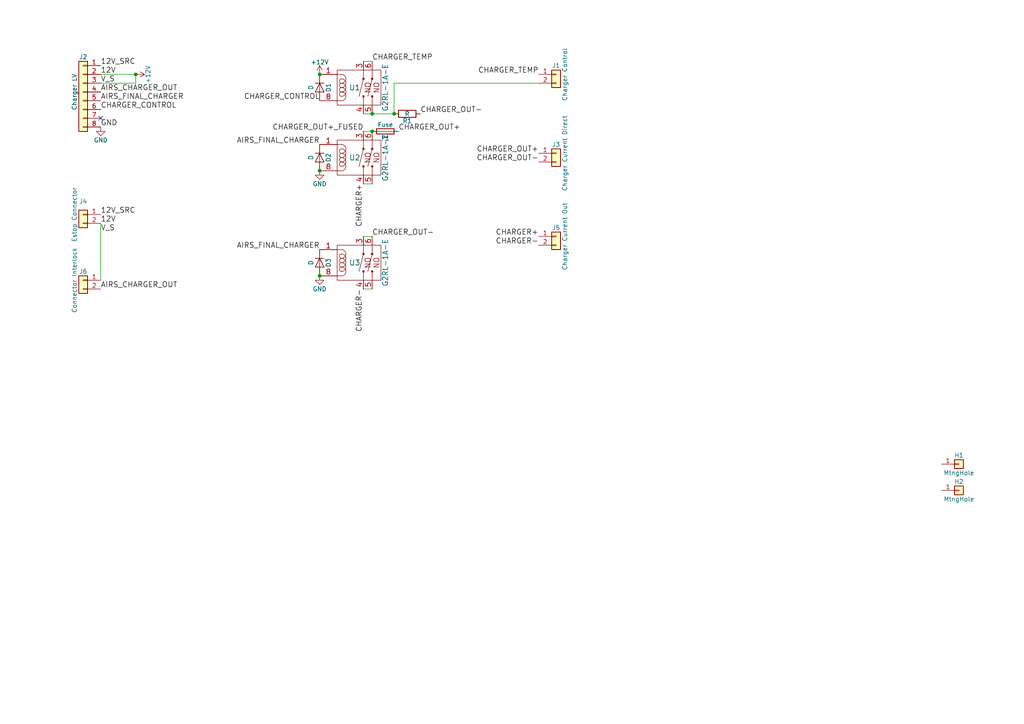
<source format=kicad_sch>
(kicad_sch (version 20230121) (generator eeschema)
  (paper "A4")
  (lib_symbols
    (symbol "ChargerSwitchbox-rescue:+12V" (power) (pin_names (offset 0))
      (property "Value" "+12V" (at 0 3.556 0))
      (symbol "+12V_0_1"
        (polyline (pts (xy -0.762 1.27) (xy 0 2.54)))
        (polyline (pts (xy 0 0) (xy 0 2.54)))
        (polyline (pts (xy 0 2.54) (xy 0.762 1.27)))
      )
      (symbol "+12V_1_1"
        (pin power_in line (at 0 0 90) (length 0) hide (name "+12V") (number "1"))
      )
    )
    (symbol "ChargerSwitchbox-rescue:Conn_01x01" (pin_names (offset 1.016) hide)
      (property "Reference" "J" (at 0 2.54 0))
      (property "Value" "Conn_01x01" (at 0 -2.54 0))
      (symbol "Conn_01x01_1_1"
        (rectangle (start -1.27 0.127) (end 0 -0.127) (stroke (width 0.1524)))
        (rectangle (start -1.27 1.27) (end 1.27 -1.27) (stroke (width 0.254)) (fill (type background)))
        (pin passive line (at -5.08 0 0) (length 3.81) (name "Pin_1") (number "1"))
      )
    )
    (symbol "ChargerSwitchbox-rescue:Conn_01x02" (pin_names (offset 1.016) hide)
      (property "Reference" "J" (at 0 2.54 0))
      (property "Value" "Conn_01x02" (at 0 -5.08 0))
      (symbol "Conn_01x02_1_1"
        (rectangle (start -1.27 -2.413) (end 0 -2.667) (stroke (width 0.1524)))
        (rectangle (start -1.27 0.127) (end 0 -0.127) (stroke (width 0.1524)))
        (rectangle (start -1.27 1.27) (end 1.27 -3.81) (stroke (width 0.254)) (fill (type background)))
        (pin passive line (at -5.08 0 0) (length 3.81) (name "Pin_1") (number "1"))
        (pin passive line (at -5.08 -2.54 0) (length 3.81) (name "Pin_2") (number "2"))
      )
    )
    (symbol "ChargerSwitchbox-rescue:Conn_01x08" (pin_names (offset 1.016) hide)
      (property "Reference" "J" (at 0 10.16 0))
      (property "Value" "Conn_01x08" (at 0 -12.7 0))
      (symbol "Conn_01x08_1_1"
        (rectangle (start -1.27 -10.033) (end 0 -10.287) (stroke (width 0.1524)))
        (rectangle (start -1.27 -7.493) (end 0 -7.747) (stroke (width 0.1524)))
        (rectangle (start -1.27 -4.953) (end 0 -5.207) (stroke (width 0.1524)))
        (rectangle (start -1.27 -2.413) (end 0 -2.667) (stroke (width 0.1524)))
        (rectangle (start -1.27 0.127) (end 0 -0.127) (stroke (width 0.1524)))
        (rectangle (start -1.27 2.667) (end 0 2.413) (stroke (width 0.1524)))
        (rectangle (start -1.27 5.207) (end 0 4.953) (stroke (width 0.1524)))
        (rectangle (start -1.27 7.747) (end 0 7.493) (stroke (width 0.1524)))
        (rectangle (start -1.27 8.89) (end 1.27 -11.43) (stroke (width 0.254)) (fill (type background)))
        (pin passive line (at -5.08 7.62 0) (length 3.81) (name "Pin_1") (number "1"))
        (pin passive line (at -5.08 5.08 0) (length 3.81) (name "Pin_2") (number "2"))
        (pin passive line (at -5.08 2.54 0) (length 3.81) (name "Pin_3") (number "3"))
        (pin passive line (at -5.08 0 0) (length 3.81) (name "Pin_4") (number "4"))
        (pin passive line (at -5.08 -2.54 0) (length 3.81) (name "Pin_5") (number "5"))
        (pin passive line (at -5.08 -5.08 0) (length 3.81) (name "Pin_6") (number "6"))
        (pin passive line (at -5.08 -7.62 0) (length 3.81) (name "Pin_7") (number "7"))
        (pin passive line (at -5.08 -10.16 0) (length 3.81) (name "Pin_8") (number "8"))
      )
    )
    (symbol "ChargerSwitchbox-rescue:D" (pin_numbers hide) (pin_names (offset 1.016) hide)
      (property "Reference" "D" (at 0 2.54 0))
      (property "Value" "D" (at 0 -2.54 0))
      (symbol "D_0_1"
        (polyline (pts (xy -1.27 1.27) (xy -1.27 -1.27)) (stroke (width 0.2032)))
        (polyline (pts (xy 1.27 0) (xy -1.27 0)))
        (polyline (pts (xy 1.27 1.27) (xy 1.27 -1.27) (xy -1.27 0) (xy 1.27 1.27)) (stroke (width 0.2032)))
      )
      (symbol "D_1_1"
        (pin passive line (at -3.81 0 0) (length 2.54) (name "K") (number "1"))
        (pin passive line (at 3.81 0 180) (length 2.54) (name "A") (number "2"))
      )
    )
    (symbol "ChargerSwitchbox-rescue:Fuse" (pin_numbers hide) (pin_names (offset 0))
      (property "Reference" "F" (at 2.032 0 90))
      (property "Value" "Fuse" (at -1.905 0 90))
      (symbol "Fuse_0_1"
        (rectangle (start -0.762 -2.54) (end 0.762 2.54) (stroke (width 0.254)))
        (polyline (pts (xy 0 2.54) (xy 0 -2.54)))
      )
      (symbol "Fuse_1_1"
        (pin passive line (at 0 3.81 270) (length 1.27) (name "~") (number "1"))
        (pin passive line (at 0 -3.81 90) (length 1.27) (name "~") (number "2"))
      )
    )
    (symbol "ChargerSwitchbox-rescue:GND" (power) (pin_names (offset 0))
      (property "Value" "GND" (at 0 -3.81 0))
      (symbol "GND_0_1"
        (polyline (pts (xy 0 0) (xy 0 -1.27) (xy 1.27 -1.27) (xy 0 -2.54) (xy -1.27 -1.27) (xy 0 -1.27)))
      )
      (symbol "GND_1_1"
        (pin power_in line (at 0 0 270) (length 0) hide (name "GND") (number "1"))
      )
    )
    (symbol "ChargerSwitchbox-rescue:R" (pin_numbers hide) (pin_names (offset 0))
      (property "Reference" "R" (at 2.032 0 90))
      (property "Value" "R" (at 0 0 90))
      (symbol "R_0_1"
        (rectangle (start -1.016 -2.54) (end 1.016 2.54) (stroke (width 0.254)))
      )
      (symbol "R_1_1"
        (pin passive line (at 0 3.81 270) (length 1.27) (name "~") (number "1"))
        (pin passive line (at 0 -3.81 90) (length 1.27) (name "~") (number "2"))
      )
    )
    (symbol "FS-FINAL:G2RL-1A-E" (pin_names (offset 1.016))
      (property "Reference" "U" (at -2.54 0 0))
      (property "Value" "G2RL-1A-E" (at 6.35 0 90))
      (symbol "G2RL-1A-E_0_0"
        (text "NO" (at 1.27 0 900) (effects (font (size 1.524 1.524))))
        (text "NO" (at 3.81 0 900) (effects (font (size 1.524 1.524))))
      )
      (symbol "G2RL-1A-E_0_1"
        (arc (start -6.35 -3.81) (mid -5.0855 -2.54) (end -6.35 -1.27) (stroke (width 0.1524)))
        (arc (start -6.35 -2.54) (mid -5.0855 -1.27) (end -6.35 0) (stroke (width 0.1524)))
        (arc (start -6.35 -1.27) (mid -6.9823 -1.905) (end -6.35 -2.54) (stroke (width 0.1524)))
        (arc (start -6.35 -1.27) (mid -5.0855 0) (end -6.35 1.27) (stroke (width 0.1524)))
        (arc (start -6.35 0) (mid -6.9823 -0.635) (end -6.35 -1.27) (stroke (width 0.1524)))
        (arc (start -6.35 0) (mid -5.0855 1.27) (end -6.35 2.54) (stroke (width 0.1524)))
        (arc (start -6.35 1.27) (mid -6.9823 0.635) (end -6.35 0) (stroke (width 0.1524)))
        (arc (start -6.35 1.27) (mid -5.0855 2.54) (end -6.35 3.81) (stroke (width 0.1524)))
        (arc (start -6.35 2.54) (mid -6.9823 1.905) (end -6.35 1.27) (stroke (width 0.1524)))
        (circle (center 0 -2.54) (radius 0.254) (stroke (width 0.1524)) (fill (type outline)))
        (polyline (pts (xy -7.62 -3.81) (xy -6.35 -3.81)) (stroke (width 0.1524)))
        (polyline (pts (xy -7.62 3.81) (xy -6.35 3.81)) (stroke (width 0.1524)))
        (polyline (pts (xy 0 -5.08) (xy 0 -2.54)) (stroke (width 0.1524)))
        (polyline (pts (xy 2.54 -5.08) (xy 2.54 -2.54)) (stroke (width 0.1524)))
        (polyline (pts (xy 0 5.08) (xy 0 2.54) (xy -1.27 -2.54)) (stroke (width 0.1524)))
        (polyline (pts (xy 2.54 5.08) (xy 2.54 2.54) (xy 1.27 -2.54)) (stroke (width 0.1524)))
        (circle (center 0 2.54) (radius 0.254) (stroke (width 0.1524)) (fill (type outline)))
        (circle (center 2.54 -2.54) (radius 0.254) (stroke (width 0.1524)) (fill (type outline)))
        (circle (center 2.54 2.54) (radius 0.254) (stroke (width 0.1524)) (fill (type outline)))
        (rectangle (start 5.08 5.08) (end -7.62 -5.08) (stroke (width 0.1524)))
      )
      (symbol "G2RL-1A-E_1_1"
        (pin power_in line (at -12.7 3.81 0) (length 5.08) (name "~") (number "1"))
        (pin passive line (at 0 7.62 270) (length 2.54) (name "~") (number "3"))
        (pin passive line (at 0 -7.62 90) (length 2.54) (name "~") (number "4"))
        (pin passive line (at 2.54 -7.62 90) (length 2.54) (name "~") (number "5"))
        (pin passive line (at 2.54 7.62 270) (length 2.54) (name "~") (number "6"))
        (pin power_in line (at -12.7 -3.81 0) (length 5.08) (name "~") (number "8"))
      )
    )
  )
  (junction (at 107.95 33.02))
  (junction (at 92.71 21.59))
  (junction (at 92.71 80.01))
  (junction (at 92.71 49.53))
  (junction (at 39.37 21.59))
  (junction (at 114.3 33.02))
  (junction (at 107.95 38.1))
  (no_connect (at 29.21 34.29))
  (wire (pts (xy 39.37 21.59) (xy 39.37 24.13)))
  (wire (pts (xy 107.95 38.1) (xy 105.41 38.1)))
  (wire (pts (xy 114.3 33.02) (xy 114.3 24.13)))
  (wire (pts (xy 107.95 83.82) (xy 105.41 83.82)))
  (wire (pts (xy 29.21 81.28) (xy 29.21 64.77)))
  (wire (pts (xy 105.41 53.34) (xy 107.95 53.34)))
  (wire (pts (xy 39.37 24.13) (xy 29.21 24.13)))
  (wire (pts (xy 105.41 33.02) (xy 107.95 33.02)))
  (wire (pts (xy 105.41 17.78) (xy 107.95 17.78)))
  (wire (pts (xy 105.41 68.58) (xy 107.95 68.58)))
  (wire (pts (xy 29.21 21.59) (xy 39.37 21.59)))
  (wire (pts (xy 107.95 33.02) (xy 114.3 33.02)))
  (wire (pts (xy 114.3 24.13) (xy 156.21 24.13)))
  (label "12V" (at 29.21 64.77 0) (effects (font (size 1.524 1.524))))
  (label "V_S" (at 29.21 24.13 0) (effects (font (size 1.524 1.524))))
  (label "CHARGER-" (at 156.21 71.12 180) (effects (font (size 1.524 1.524))))
  (label "AIRS_CHARGER_OUT" (at 29.21 26.67 0) (effects (font (size 1.524 1.524))))
  (label "CHARGER_OUT+_FUSED" (at 105.41 38.1 180) (effects (font (size 1.524 1.524))))
  (label "CHARGER_OUT+" (at 156.21 44.45 180) (effects (font (size 1.524 1.524))))
  (label "12V_SRC" (at 29.21 62.23 0) (effects (font (size 1.524 1.524))))
  (label "12V" (at 29.21 21.59 0) (effects (font (size 1.524 1.524))))
  (label "CHARGER+" (at 105.41 53.34 270) (effects (font (size 1.524 1.524))))
  (label "CHARGER_OUT-" (at 156.21 46.99 180) (effects (font (size 1.524 1.524))))
  (label "CHARGER_CONTROL" (at 92.71 29.21 180) (effects (font (size 1.524 1.524))))
  (label "CHARGER_OUT-" (at 121.92 33.02 0) (effects (font (size 1.524 1.524))))
  (label "AIRS_FINAL_CHARGER" (at 92.71 41.91 180) (effects (font (size 1.524 1.524))))
  (label "CHARGER-" (at 105.41 83.82 270) (effects (font (size 1.524 1.524))))
  (label "CHARGER_TEMP" (at 156.21 21.59 180) (effects (font (size 1.524 1.524))))
  (label "GND" (at 29.21 36.83 0) (effects (font (size 1.524 1.524))))
  (label "V_S" (at 29.21 67.31 0) (effects (font (size 1.524 1.524))))
  (label "CHARGER_TEMP" (at 107.95 17.78 0) (effects (font (size 1.524 1.524))))
  (label "AIRS_FINAL_CHARGER" (at 92.71 72.39 180) (effects (font (size 1.524 1.524))))
  (label "AIRS_CHARGER_OUT" (at 29.21 83.82 0) (effects (font (size 1.524 1.524))))
  (label "12V_SRC" (at 29.21 19.05 0) (effects (font (size 1.524 1.524))))
  (label "CHARGER+" (at 156.21 68.58 180) (effects (font (size 1.524 1.524))))
  (label "CHARGER_OUT+" (at 115.57 38.1 0) (effects (font (size 1.524 1.524))))
  (label "CHARGER_CONTROL" (at 29.21 31.75 0) (effects (font (size 1.524 1.524))))
  (label "CHARGER_OUT-" (at 107.95 68.58 0) (effects (font (size 1.524 1.524))))
  (label "AIRS_FINAL_CHARGER" (at 29.21 29.21 0) (effects (font (size 1.524 1.524))))
  (symbol (lib_id "ChargerSwitchbox-rescue:Conn_01x02") (at 24.13 62.23 0) (mirror y) (unit 1)
    (property "Reference" "J4" (at 24.13 58.42 0))
    (property "Value" "Estop Connector" (at 21.59 62.23 90))
    (property "Footprint" "Connectors_Molex:Molex_NanoFit_1x02x2.50mm_Straight" (effects hide))
  )
  (symbol (lib_id "ChargerSwitchbox-rescue:Conn_01x08") (at 24.13 26.67 0) (mirror y) (unit 1)
    (property "Reference" "J2" (at 24.13 16.51 0))
    (property "Value" "Charger LV" (at 21.59 26.67 90))
    (property "Footprint" "FSFootprints:Ampseal - 8 pin" (effects hide))
  )
  (symbol (lib_id "ChargerSwitchbox-rescue:GND") (at 29.21 36.83 0) (unit 1)
    (property "Reference" "#PWR01" (effects hide))
    (property "Value" "GND" (at 29.21 40.64 0))
  )
  (symbol (lib_id "ChargerSwitchbox-rescue:+12V") (at 39.37 21.59 270) (unit 1)
    (property "Reference" "#PWR02" (effects hide))
    (property "Value" "+12V" (at 42.926 21.59 0))
  )
  (symbol (lib_id "FS-FINAL:G2RL-1A-E") (at 105.41 45.72 0) (unit 1)
    (property "Reference" "U2" (at 102.87 45.72 0) (effects (font (size 1.524 1.524))))
    (property "Value" "G2RL-1A-E" (at 111.76 45.72 90) (effects (font (size 1.524 1.524))))
    (property "Footprint" "FSFootprints:G2RL-1A-E" (effects hide))
  )
  (symbol (lib_id "FS-FINAL:G2RL-1A-E") (at 105.41 76.2 0) (unit 1)
    (property "Reference" "U3" (at 102.87 76.2 0) (effects (font (size 1.524 1.524))))
    (property "Value" "G2RL-1A-E" (at 111.76 76.2 90) (effects (font (size 1.524 1.524))))
    (property "Footprint" "FSFootprints:G2RL-1A-E" (effects hide))
  )
  (symbol (lib_id "ChargerSwitchbox-rescue:Conn_01x02") (at 161.29 44.45 0) (unit 1)
    (property "Reference" "J3" (at 161.29 41.91 0))
    (property "Value" "Charger Current Direct" (at 163.83 44.45 90))
    (property "Footprint" "Connectors_Molex:Molex_MiniFit-JR-5556-02A_2x01x4.20mm_Straight" (effects hide))
  )
  (symbol (lib_id "ChargerSwitchbox-rescue:Conn_01x02") (at 161.29 68.58 0) (unit 1)
    (property "Reference" "J5" (at 161.29 66.04 0))
    (property "Value" "Charger Current Out" (at 163.83 68.58 90))
    (property "Footprint" "Connectors_Molex:Molex_MiniFit-JR-5556-02A_2x01x4.20mm_Straight" (effects hide))
  )
  (symbol (lib_id "ChargerSwitchbox-rescue:GND") (at 92.71 49.53 0) (unit 1)
    (property "Reference" "#PWR03" (effects hide))
    (property "Value" "GND" (at 92.71 53.34 0))
  )
  (symbol (lib_id "ChargerSwitchbox-rescue:GND") (at 92.71 80.01 0) (unit 1)
    (property "Reference" "#PWR04" (effects hide))
    (property "Value" "GND" (at 92.71 83.82 0))
  )
  (symbol (lib_id "ChargerSwitchbox-rescue:+12V") (at 92.71 21.59 0) (unit 1)
    (property "Reference" "#PWR05" (effects hide))
    (property "Value" "+12V" (at 92.71 18.034 0))
  )
  (symbol (lib_id "ChargerSwitchbox-rescue:R") (at 118.11 33.02 270) (unit 1)
    (property "Reference" "R1" (at 118.11 35.052 90))
    (property "Value" "R" (at 118.11 33.02 90))
    (property "Footprint" "FSFootprints:SMDNetTie" (effects hide))
  )
  (symbol (lib_id "ChargerSwitchbox-rescue:Conn_01x01") (at 278.13 134.62 0) (unit 1)
    (property "Reference" "H1" (at 278.13 132.08 0))
    (property "Value" "MtngHole" (at 278.13 137.16 0))
    (property "Footprint" "Mounting_Holes:MountingHole_4.5mm" (effects hide))
  )
  (symbol (lib_id "ChargerSwitchbox-rescue:Conn_01x02") (at 161.29 21.59 0) (unit 1)
    (property "Reference" "J1" (at 161.29 19.05 0))
    (property "Value" "Charger Control" (at 163.83 21.59 90))
    (property "Footprint" "Connectors_Molex:Molex_NanoFit_1x02x2.50mm_Straight" (effects hide))
  )
  (symbol (lib_id "ChargerSwitchbox-rescue:Conn_01x01") (at 278.13 142.24 0) (unit 1)
    (property "Reference" "H2" (at 278.13 139.7 0))
    (property "Value" "MtngHole" (at 278.13 144.78 0))
    (property "Footprint" "Mounting_Holes:MountingHole_4.5mm" (effects hide))
  )
  (symbol (lib_id "ChargerSwitchbox-rescue:Conn_01x02") (at 24.13 81.28 0) (mirror y) (unit 1)
    (property "Reference" "J6" (at 24.13 78.74 0))
    (property "Value" "Connector Interlock" (at 21.59 81.28 90))
    (property "Footprint" "Connectors_Molex:Molex_NanoFit_1x02x2.50mm_Straight" (effects hide))
  )
  (symbol (lib_id "ChargerSwitchbox-rescue:Fuse") (at 111.76 38.1 270) (unit 1)
    (property "Reference" "F1" (at 111.76 40.132 90))
    (property "Value" "Fuse" (at 111.76 36.195 90))
    (property "Footprint" "FSFootprints:Fuseholder5x20_vert" (effects hide))
  )
  (symbol (lib_id "ChargerSwitchbox-rescue:D") (at 92.71 45.72 270) (unit 1)
    (property "Reference" "D2" (at 95.25 45.72 0))
    (property "Value" "D" (at 90.17 45.72 0))
    (property "Footprint" "Diodes_SMD:D_1206" (effects hide))
  )
  (symbol (lib_id "ChargerSwitchbox-rescue:D") (at 92.71 76.2 270) (unit 1)
    (property "Reference" "D3" (at 95.25 76.2 0))
    (property "Value" "D" (at 90.17 76.2 0))
    (property "Footprint" "Diodes_SMD:D_1206" (effects hide))
  )
  (symbol (lib_id "FS-FINAL:G2RL-1A-E") (at 105.41 25.4 0) (unit 1)
    (property "Reference" "U1" (at 102.87 25.4 0) (effects (font (size 1.524 1.524))))
    (property "Value" "G2RL-1A-E" (at 111.76 25.4 90) (effects (font (size 1.524 1.524))))
    (property "Footprint" "FSFootprints:G2RL-1A-E" (effects hide))
  )
  (symbol (lib_id "ChargerSwitchbox-rescue:D") (at 92.71 25.4 270) (unit 1)
    (property "Reference" "D1" (at 95.25 25.4 0))
    (property "Value" "D" (at 90.17 25.4 0))
    (property "Footprint" "Diodes_SMD:D_1206" (effects hide))
  )
)
</source>
